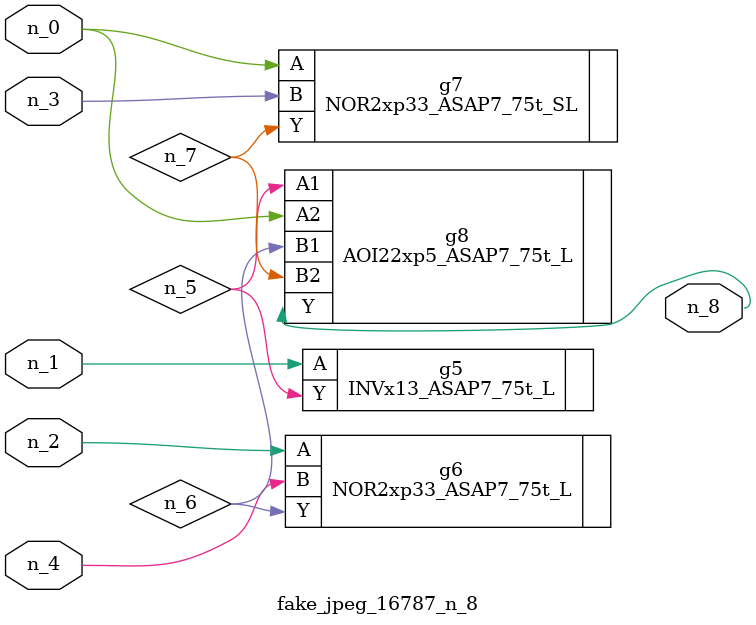
<source format=v>
module fake_jpeg_16787_n_8 (n_3, n_2, n_1, n_0, n_4, n_8);

input n_3;
input n_2;
input n_1;
input n_0;
input n_4;

output n_8;

wire n_6;
wire n_5;
wire n_7;

INVx13_ASAP7_75t_L g5 ( 
.A(n_1),
.Y(n_5)
);

NOR2xp33_ASAP7_75t_L g6 ( 
.A(n_2),
.B(n_4),
.Y(n_6)
);

NOR2xp33_ASAP7_75t_SL g7 ( 
.A(n_0),
.B(n_3),
.Y(n_7)
);

AOI22xp5_ASAP7_75t_L g8 ( 
.A1(n_5),
.A2(n_0),
.B1(n_6),
.B2(n_7),
.Y(n_8)
);


endmodule
</source>
